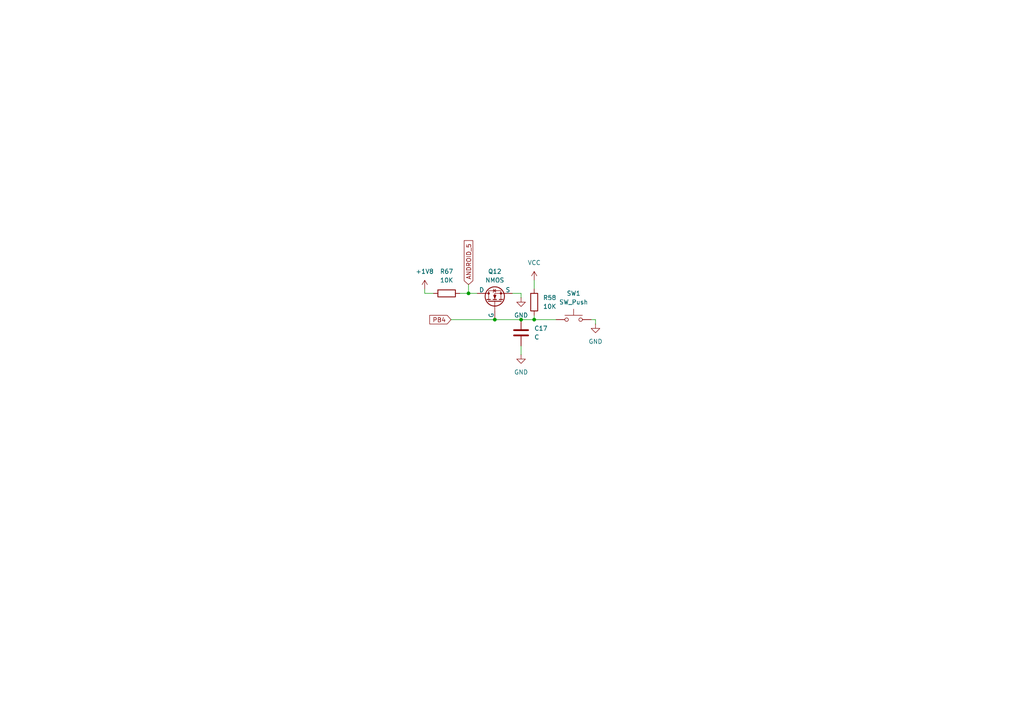
<source format=kicad_sch>
(kicad_sch (version 20250114) (generator "eeschema") (generator_version "9.0")
  (paper "A4")
  (lib_symbols
    (symbol "Device:C" (pin_numbers (hide yes)) (pin_names (offset 0.254))
      (property "Reference" "C" (at 0.635 2.54 0))
      (property "Value" "C" (at 0.635 -2.54 0))
      (symbol "C_0_1"
        (polyline (pts (xy -2.032 0.762) (xy 2.032 0.762)) (stroke (width 0.508)))
        (polyline (pts (xy -2.032 -0.762) (xy 2.032 -0.762)) (stroke (width 0.508)))
      )
      (symbol "C_1_1"
        (pin passive line (at 0 3.81 270) (length 2.794) (name "~") (number "1"))
        (pin passive line (at 0 -3.81 90) (length 2.794) (name "~") (number "2"))
      )
    )
    (symbol "Device:R" (pin_numbers (hide yes)) (pin_names (offset 0))
      (property "Reference" "R" (at 2.032 0 90))
      (property "Value" "R" (at 0 0 90))
      (symbol "R_0_1"
        (rectangle (start -1.016 -2.54) (end 1.016 2.54) (stroke (width 0.254)))
      )
      (symbol "R_1_1"
        (pin passive line (at 0 3.81 270) (length 1.27) (name "~") (number "1"))
        (pin passive line (at 0 -3.81 90) (length 1.27) (name "~") (number "2"))
      )
    )
    (symbol "Simulation_SPICE:NMOS" (pin_numbers (hide yes)) (pin_names (offset 0))
      (property "Reference" "Q" (at 5.08 1.27 0))
      (property "Value" "NMOS" (at 5.08 -1.27 0))
      (symbol "NMOS_0_1"
        (polyline (pts (xy 0.254 1.905) (xy 0.254 -1.905)) (stroke (width 0.254)))
        (polyline (pts (xy 0.254 0) (xy -2.54 0)))
        (polyline (pts (xy 0.762 2.286) (xy 0.762 1.27)) (stroke (width 0.254)))
        (polyline (pts (xy 0.762 0.508) (xy 0.762 -0.508)) (stroke (width 0.254)))
        (polyline (pts (xy 0.762 -1.27) (xy 0.762 -2.286)) (stroke (width 0.254)))
        (polyline (pts (xy 0.762 -1.778) (xy 3.302 -1.778) (xy 3.302 1.778) (xy 0.762 1.778)))
        (polyline (pts (xy 1.016 0) (xy 2.032 0.381) (xy 2.032 -0.381) (xy 1.016 0)) (fill (type outline)))
        (circle (center 1.651 0) (radius 2.794) (stroke (width 0.254)))
        (polyline (pts (xy 2.54 2.54) (xy 2.54 1.778)))
        (circle (center 2.54 1.778) (radius 0.254) (fill (type outline)))
        (circle (center 2.54 -1.778) (radius 0.254) (fill (type outline)))
        (polyline (pts (xy 2.54 -2.54) (xy 2.54 0) (xy 0.762 0)))
        (polyline (pts (xy 2.794 0.508) (xy 2.921 0.381) (xy 3.683 0.381) (xy 3.81 0.254)))
        (polyline (pts (xy 3.302 0.381) (xy 2.921 -0.254) (xy 3.683 -0.254) (xy 3.302 0.381)))
      )
      (symbol "NMOS_1_1"
        (pin input line (at -5.08 0 0) (length 2.54) (name "G") (number "2"))
        (pin passive line (at 2.54 5.08 270) (length 2.54) (name "D") (number "1"))
        (pin passive line (at 2.54 -5.08 90) (length 2.54) (name "S") (number "3"))
      )
    )
    (symbol "Switch:SW_Push" (pin_numbers (hide yes)) (pin_names (offset 1.016) (hide yes))
      (property "Reference" "SW" (at 1.27 2.54 0))
      (property "Value" "SW_Push" (at 0 -1.524 0))
      (symbol "SW_Push_0_1"
        (circle (center -2.032 0) (radius 0.508))
        (polyline (pts (xy 0 1.27) (xy 0 3.048)))
        (circle (center 2.032 0) (radius 0.508))
        (polyline (pts (xy 2.54 1.27) (xy -2.54 1.27)))
        (pin passive line (at -5.08 0 0) (length 2.54) (name "1") (number "1"))
        (pin passive line (at 5.08 0 180) (length 2.54) (name "2") (number "2"))
      )
    )
    (symbol "power:+1V8" (power) (pin_numbers (hide yes)) (pin_names (offset 0) (hide yes))
      (property "Value" "+1V8" (at 0 3.556 0))
      (symbol "+1V8_0_1"
        (polyline (pts (xy -0.762 1.27) (xy 0 2.54)))
        (polyline (pts (xy 0 2.54) (xy 0.762 1.27)))
        (polyline (pts (xy 0 0) (xy 0 2.54)))
      )
      (symbol "+1V8_1_1"
        (pin power_in line (at 0 0 90) (length 0) (name "~") (number "1"))
      )
    )
    (symbol "power:GND" (power) (pin_numbers (hide yes)) (pin_names (offset 0) (hide yes))
      (property "Value" "GND" (at 0 -3.81 0))
      (symbol "GND_0_1"
        (polyline (pts (xy 0 0) (xy 0 -1.27) (xy 1.27 -1.27) (xy 0 -2.54) (xy -1.27 -1.27) (xy 0 -1.27)))
      )
      (symbol "GND_1_1"
        (pin power_in line (at 0 0 270) (length 0) (name "~") (number "1"))
      )
    )
    (symbol "power:VCC" (power) (pin_numbers (hide yes)) (pin_names (offset 0) (hide yes))
      (property "Value" "VCC" (at 0 3.556 0))
      (symbol "VCC_0_1"
        (polyline (pts (xy -0.762 1.27) (xy 0 2.54)))
        (polyline (pts (xy 0 2.54) (xy 0.762 1.27)))
        (polyline (pts (xy 0 0) (xy 0 2.54)))
      )
      (symbol "VCC_1_1"
        (pin power_in line (at 0 0 90) (length 0) (name "~") (number "1"))
      )
    )
  )
  (junction (at 135.89 85.09))
  (junction (at 151.13 92.71))
  (junction (at 154.94 92.71))
  (junction (at 143.51 92.71))
  (wire (pts (xy 133.35 85.09) (xy 135.89 85.09)))
  (wire (pts (xy 123.19 85.09) (xy 125.73 85.09)))
  (wire (pts (xy 172.72 92.71) (xy 171.45 92.71)))
  (wire (pts (xy 151.13 92.71) (xy 154.94 92.71)))
  (wire (pts (xy 130.81 92.71) (xy 143.51 92.71)))
  (wire (pts (xy 151.13 100.33) (xy 151.13 102.87)))
  (wire (pts (xy 154.94 81.28) (xy 154.94 83.82)))
  (wire (pts (xy 161.29 92.71) (xy 154.94 92.71)))
  (wire (pts (xy 135.89 82.55) (xy 135.89 85.09)))
  (wire (pts (xy 151.13 85.09) (xy 148.59 85.09)))
  (wire (pts (xy 123.19 85.09) (xy 123.19 83.82)))
  (wire (pts (xy 151.13 85.09) (xy 151.13 86.36)))
  (wire (pts (xy 154.94 92.71) (xy 154.94 91.44)))
  (wire (pts (xy 172.72 92.71) (xy 172.72 93.98)))
  (wire (pts (xy 135.89 85.09) (xy 138.43 85.09)))
  (wire (pts (xy 143.51 92.71) (xy 151.13 92.71)))
  (global_label "ANDROID_5" (shape input) (at 135.89 82.55 90) (property "Intersheetrefs" "${INTERSHEET_REFS}" (effects (hide yes))))
  (global_label "PB4" (shape input) (at 130.81 92.71 180) (property "Intersheetrefs" "${INTERSHEET_REFS}" (effects (hide yes))))
  (symbol (lib_id "Switch:SW_Push") (at 166.37 92.71 0) (unit 1)
    (property "Reference" "SW1" (at 166.37 85.09 0))
    (property "Value" "SW_Push" (at 166.37 87.63 0))
    (property "Description" "Push button switch, generic, two pins" (effects (hide yes)))
  )
  (symbol (lib_id "power:GND") (at 151.13 86.36 0) (unit 1)
    (property "Reference" "#PWR028" (effects (hide yes)))
    (property "Value" "GND" (at 151.13 91.44 0))
    (property "Description" "Power symbol creates a global label with name \"GND\" , ground" (effects (hide yes)))
  )
  (symbol (lib_id "Device:R") (at 129.54 85.09 90) (unit 1)
    (property "Reference" "R67" (at 129.54 78.74 90))
    (property "Value" "10K" (at 129.54 81.28 90))
    (property "Description" "Resistor" (effects (hide yes)))
  )
  (symbol (lib_id "Device:R") (at 154.94 87.63 0) (unit 1)
    (property "Reference" "R58" (at 157.48 86.3599 0) (effects (justify left)))
    (property "Value" "10K" (at 157.48 88.8999 0) (effects (justify left)))
    (property "Description" "Resistor" (effects (hide yes)))
  )
  (symbol (lib_id "power:GND") (at 172.72 93.98 0) (unit 1)
    (property "Reference" "#PWR0138" (effects (hide yes)))
    (property "Value" "GND" (at 172.72 99.06 0))
    (property "Description" "Power symbol creates a global label with name \"GND\" , ground" (effects (hide yes)))
  )
  (symbol (lib_id "power:GND") (at 151.13 102.87 0) (unit 1)
    (property "Reference" "#PWR0136" (effects (hide yes)))
    (property "Value" "GND" (at 151.13 107.95 0))
    (property "Description" "Power symbol creates a global label with name \"GND\" , ground" (effects (hide yes)))
  )
  (symbol (lib_id "Simulation_SPICE:NMOS") (at 143.51 87.63 90) (unit 1)
    (property "Reference" "Q12" (at 143.51 78.74 90))
    (property "Value" "NMOS" (at 143.51 81.28 90))
    (property "Datasheet" "https://ngspice.sourceforge.io/docs/ngspice-html-manual/manual.xhtml#cha_MOSFETs" (effects (hide yes)))
    (property "Description" "N-MOSFET transistor, drain/source/gate" (effects (hide yes)))
    (property "Sim.Device" "NMOS" (effects (hide yes)))
    (property "Sim.Type" "VDMOS" (effects (hide yes)))
    (property "Sim.Pins" "1=D 2=G 3=S" (effects (hide yes)))
  )
  (symbol (lib_id "power:+1V8") (at 123.19 83.82 0) (unit 1)
    (property "Reference" "#PWR025" (effects (hide yes)))
    (property "Value" "+1V8" (at 123.19 78.74 0))
    (property "Description" "Power symbol creates a global label with name \"+1V8\"" (effects (hide yes)))
  )
  (symbol (lib_id "power:VCC") (at 154.94 81.28 0) (unit 1)
    (property "Reference" "#PWR0137" (effects (hide yes)))
    (property "Value" "VCC" (at 154.94 76.2 0))
    (property "Description" "Power symbol creates a global label with name \"VCC\"" (effects (hide yes)))
  )
  (symbol (lib_id "Device:C") (at 151.13 96.52 0) (unit 1)
    (property "Reference" "C17" (at 154.94 95.2499 0) (effects (justify left)))
    (property "Value" "C" (at 154.94 97.7899 0) (effects (justify left)))
    (property "Description" "Unpolarized capacitor" (effects (hide yes)))
  )
)
</source>
